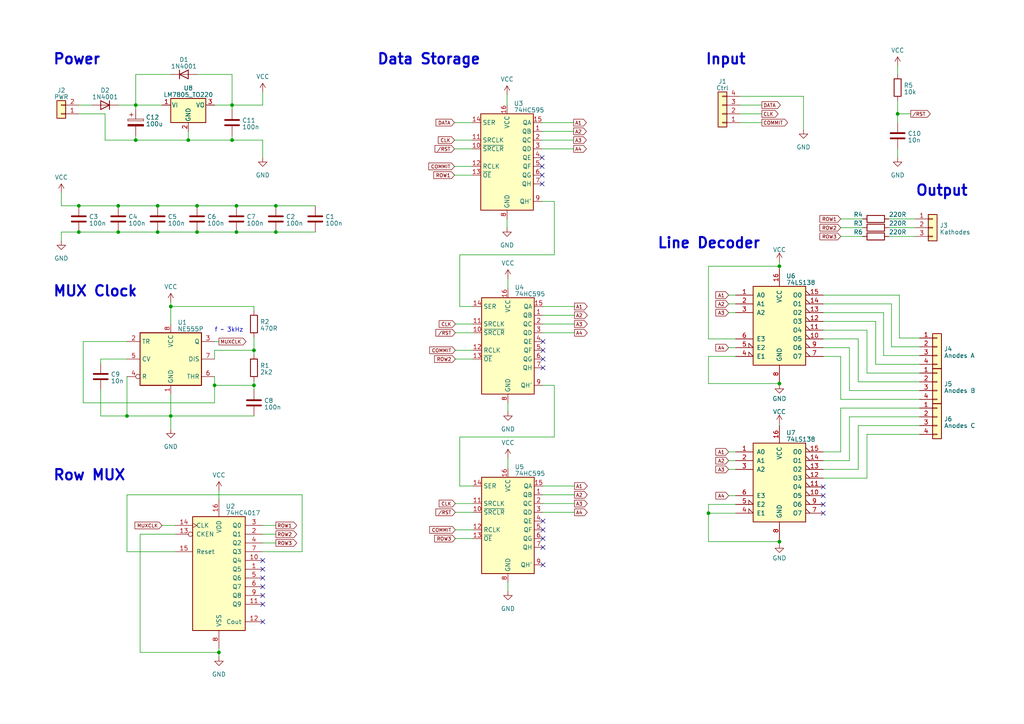
<source format=kicad_sch>
(kicad_sch (version 20230121) (generator eeschema)
  (paper "A4")
  (title_block (title "BulbDial Clock Driver") (rev "v1.0") (company "Netz39 e.V."))
  (lib_symbols
    (symbol "4xxx:4017" (pin_names (offset 1.016))
      (property "Reference" "U" (at -7.62 16.51 0))
      (property "Value" "4017" (at -7.62 -19.05 0))
      (symbol "4017_1_0"
        (pin output line (at 12.7 0 180) (length 5.08) (name "Q5") (number "1"))
        (pin output line (at 12.7 2.54 180) (length 5.08) (name "Q4") (number "10"))
        (pin output line (at 12.7 -10.16 180) (length 5.08) (name "Q9") (number "11"))
        (pin output line (at 12.7 -15.24 180) (length 5.08) (name "Cout") (number "12"))
        (pin input inverted (at -12.7 10.16 0) (length 5.08) (name "CKEN") (number "13"))
        (pin input clock (at -12.7 12.7 0) (length 5.08) (name "CLK") (number "14"))
        (pin input line (at -12.7 5.08 0) (length 5.08) (name "Reset") (number "15"))
        (pin power_in line (at 0 20.32 270) (length 5.08) (name "VDD") (number "16"))
        (pin output line (at 12.7 10.16 180) (length 5.08) (name "Q1") (number "2"))
        (pin output line (at 12.7 12.7 180) (length 5.08) (name "Q0") (number "3"))
        (pin output line (at 12.7 7.62 180) (length 5.08) (name "Q2") (number "4"))
        (pin output line (at 12.7 -2.54 180) (length 5.08) (name "Q6") (number "5"))
        (pin output line (at 12.7 -5.08 180) (length 5.08) (name "Q7") (number "6"))
        (pin output line (at 12.7 5.08 180) (length 5.08) (name "Q3") (number "7"))
        (pin power_in line (at 0 -22.86 90) (length 5.08) (name "VSS") (number "8"))
        (pin output line (at 12.7 -7.62 180) (length 5.08) (name "Q8") (number "9"))
      )
      (symbol "4017_1_1"
        (rectangle (start -7.62 15.24) (end 7.62 -17.78) (stroke (width 0.254)) (fill (type background)))
      )
    )
    (symbol "74xx:74HC595"
      (property "Reference" "U" (at -7.62 13.97 0))
      (property "Value" "74HC595" (at -7.62 -16.51 0))
      (symbol "74HC595_1_0"
        (pin tri_state line (at 10.16 7.62 180) (length 2.54) (name "QB") (number "1"))
        (pin input line (at -10.16 2.54 0) (length 2.54) (name "~{SRCLR}") (number "10"))
        (pin input line (at -10.16 5.08 0) (length 2.54) (name "SRCLK") (number "11"))
        (pin input line (at -10.16 -2.54 0) (length 2.54) (name "RCLK") (number "12"))
        (pin input line (at -10.16 -5.08 0) (length 2.54) (name "~{OE}") (number "13"))
        (pin input line (at -10.16 10.16 0) (length 2.54) (name "SER") (number "14"))
        (pin tri_state line (at 10.16 10.16 180) (length 2.54) (name "QA") (number "15"))
        (pin power_in line (at 0 15.24 270) (length 2.54) (name "VCC") (number "16"))
        (pin tri_state line (at 10.16 5.08 180) (length 2.54) (name "QC") (number "2"))
        (pin tri_state line (at 10.16 2.54 180) (length 2.54) (name "QD") (number "3"))
        (pin tri_state line (at 10.16 0 180) (length 2.54) (name "QE") (number "4"))
        (pin tri_state line (at 10.16 -2.54 180) (length 2.54) (name "QF") (number "5"))
        (pin tri_state line (at 10.16 -5.08 180) (length 2.54) (name "QG") (number "6"))
        (pin tri_state line (at 10.16 -7.62 180) (length 2.54) (name "QH") (number "7"))
        (pin power_in line (at 0 -17.78 90) (length 2.54) (name "GND") (number "8"))
        (pin output line (at 10.16 -12.7 180) (length 2.54) (name "QH'") (number "9"))
      )
      (symbol "74HC595_1_1"
        (rectangle (start -7.62 12.7) (end 7.62 -15.24) (stroke (width 0.254)) (fill (type background)))
      )
    )
    (symbol "74xx:74LS138" (pin_names (offset 1.016))
      (property "Reference" "U" (at -7.62 11.43 0))
      (property "Value" "74LS138" (at -7.62 -13.97 0))
      (symbol "74LS138_1_0"
        (pin input line (at -12.7 7.62 0) (length 5.08) (name "A0") (number "1"))
        (pin output output_low (at 12.7 -5.08 180) (length 5.08) (name "O5") (number "10"))
        (pin output output_low (at 12.7 -2.54 180) (length 5.08) (name "O4") (number "11"))
        (pin output output_low (at 12.7 0 180) (length 5.08) (name "O3") (number "12"))
        (pin output output_low (at 12.7 2.54 180) (length 5.08) (name "O2") (number "13"))
        (pin output output_low (at 12.7 5.08 180) (length 5.08) (name "O1") (number "14"))
        (pin output output_low (at 12.7 7.62 180) (length 5.08) (name "O0") (number "15"))
        (pin power_in line (at 0 15.24 270) (length 5.08) (name "VCC") (number "16"))
        (pin input line (at -12.7 5.08 0) (length 5.08) (name "A1") (number "2"))
        (pin input line (at -12.7 2.54 0) (length 5.08) (name "A2") (number "3"))
        (pin input input_low (at -12.7 -10.16 0) (length 5.08) (name "E1") (number "4"))
        (pin input input_low (at -12.7 -7.62 0) (length 5.08) (name "E2") (number "5"))
        (pin input line (at -12.7 -5.08 0) (length 5.08) (name "E3") (number "6"))
        (pin output output_low (at 12.7 -10.16 180) (length 5.08) (name "O7") (number "7"))
        (pin power_in line (at 0 -17.78 90) (length 5.08) (name "GND") (number "8"))
        (pin output output_low (at 12.7 -7.62 180) (length 5.08) (name "O6") (number "9"))
      )
      (symbol "74LS138_1_1"
        (rectangle (start -7.62 10.16) (end 7.62 -12.7) (stroke (width 0.254)) (fill (type background)))
      )
    )
    (symbol "Connector_Generic:Conn_01x02" (pin_names (offset 1.016) hide)
      (property "Reference" "J" (at 0 2.54 0))
      (property "Value" "Conn_01x02" (at 0 -5.08 0))
      (symbol "Conn_01x02_1_1"
        (rectangle (start -1.27 -2.413) (end 0 -2.667) (stroke (width 0.1524)))
        (rectangle (start -1.27 0.127) (end 0 -0.127) (stroke (width 0.1524)))
        (rectangle (start -1.27 1.27) (end 1.27 -3.81) (stroke (width 0.254)) (fill (type background)))
        (pin passive line (at -5.08 0 0) (length 3.81) (name "Pin_1") (number "1"))
        (pin passive line (at -5.08 -2.54 0) (length 3.81) (name "Pin_2") (number "2"))
      )
    )
    (symbol "Connector_Generic:Conn_01x03" (pin_names (offset 1.016) hide)
      (property "Reference" "J" (at 0 5.08 0))
      (property "Value" "Conn_01x03" (at 0 -5.08 0))
      (symbol "Conn_01x03_1_1"
        (rectangle (start -1.27 -2.413) (end 0 -2.667) (stroke (width 0.1524)))
        (rectangle (start -1.27 0.127) (end 0 -0.127) (stroke (width 0.1524)))
        (rectangle (start -1.27 2.667) (end 0 2.413) (stroke (width 0.1524)))
        (rectangle (start -1.27 3.81) (end 1.27 -3.81) (stroke (width 0.254)) (fill (type background)))
        (pin passive line (at -5.08 2.54 0) (length 3.81) (name "Pin_1") (number "1"))
        (pin passive line (at -5.08 0 0) (length 3.81) (name "Pin_2") (number "2"))
        (pin passive line (at -5.08 -2.54 0) (length 3.81) (name "Pin_3") (number "3"))
      )
    )
    (symbol "Connector_Generic:Conn_01x04" (pin_names (offset 1.016) hide)
      (property "Reference" "J" (at 0 5.08 0))
      (property "Value" "Conn_01x04" (at 0 -7.62 0))
      (symbol "Conn_01x04_1_1"
        (rectangle (start -1.27 -4.953) (end 0 -5.207) (stroke (width 0.1524)))
        (rectangle (start -1.27 -2.413) (end 0 -2.667) (stroke (width 0.1524)))
        (rectangle (start -1.27 0.127) (end 0 -0.127) (stroke (width 0.1524)))
        (rectangle (start -1.27 2.667) (end 0 2.413) (stroke (width 0.1524)))
        (rectangle (start -1.27 3.81) (end 1.27 -6.35) (stroke (width 0.254)) (fill (type background)))
        (pin passive line (at -5.08 2.54 0) (length 3.81) (name "Pin_1") (number "1"))
        (pin passive line (at -5.08 0 0) (length 3.81) (name "Pin_2") (number "2"))
        (pin passive line (at -5.08 -2.54 0) (length 3.81) (name "Pin_3") (number "3"))
        (pin passive line (at -5.08 -5.08 0) (length 3.81) (name "Pin_4") (number "4"))
      )
    )
    (symbol "Device:C" (pin_numbers hide) (pin_names (offset 0.254))
      (property "Reference" "C" (at 0.635 2.54 0))
      (property "Value" "C" (at 0.635 -2.54 0))
      (symbol "C_0_1"
        (polyline (pts (xy -2.032 -0.762) (xy 2.032 -0.762)) (stroke (width 0.508)))
        (polyline (pts (xy -2.032 0.762) (xy 2.032 0.762)) (stroke (width 0.508)))
      )
      (symbol "C_1_1"
        (pin passive line (at 0 3.81 270) (length 2.794) (name "~") (number "1"))
        (pin passive line (at 0 -3.81 90) (length 2.794) (name "~") (number "2"))
      )
    )
    (symbol "Device:C_Polarized" (pin_numbers hide) (pin_names (offset 0.254))
      (property "Reference" "C" (at 0.635 2.54 0))
      (property "Value" "C_Polarized" (at 0.635 -2.54 0))
      (symbol "C_Polarized_0_1"
        (rectangle (start -2.286 0.508) (end 2.286 1.016))
        (polyline (pts (xy -1.778 2.286) (xy -0.762 2.286)))
        (polyline (pts (xy -1.27 2.794) (xy -1.27 1.778)))
        (rectangle (start 2.286 -0.508) (end -2.286 -1.016) (fill (type outline)))
      )
      (symbol "C_Polarized_1_1"
        (pin passive line (at 0 3.81 270) (length 2.794) (name "~") (number "1"))
        (pin passive line (at 0 -3.81 90) (length 2.794) (name "~") (number "2"))
      )
    )
    (symbol "Device:R" (pin_numbers hide) (pin_names (offset 0))
      (property "Reference" "R" (at 2.032 0 90))
      (property "Value" "R" (at 0 0 90))
      (symbol "R_0_1"
        (rectangle (start -1.016 -2.54) (end 1.016 2.54) (stroke (width 0.254)))
      )
      (symbol "R_1_1"
        (pin passive line (at 0 3.81 270) (length 1.27) (name "~") (number "1"))
        (pin passive line (at 0 -3.81 90) (length 1.27) (name "~") (number "2"))
      )
    )
    (symbol "Diode:1N4001" (pin_numbers hide) (pin_names hide)
      (property "Reference" "D" (at 0 2.54 0))
      (property "Value" "1N4001" (at 0 -2.54 0))
      (symbol "1N4001_0_1"
        (polyline (pts (xy -1.27 1.27) (xy -1.27 -1.27)) (stroke (width 0.254)))
        (polyline (pts (xy 1.27 0) (xy -1.27 0)))
        (polyline (pts (xy 1.27 1.27) (xy 1.27 -1.27) (xy -1.27 0) (xy 1.27 1.27)) (stroke (width 0.254)))
      )
      (symbol "1N4001_1_1"
        (pin passive line (at -3.81 0 0) (length 2.54) (name "K") (number "1"))
        (pin passive line (at 3.81 0 180) (length 2.54) (name "A") (number "2"))
      )
    )
    (symbol "Regulator_Linear:LM7805_TO220" (pin_names (offset 0.254))
      (property "Reference" "U" (at -3.81 3.175 0))
      (property "Value" "LM7805_TO220" (at 0 3.175 0))
      (symbol "LM7805_TO220_0_1"
        (rectangle (start -5.08 1.905) (end 5.08 -5.08) (stroke (width 0.254)) (fill (type background)))
      )
      (symbol "LM7805_TO220_1_1"
        (pin power_in line (at -7.62 0 0) (length 2.54) (name "VI") (number "1"))
        (pin power_in line (at 0 -7.62 90) (length 2.54) (name "GND") (number "2"))
        (pin power_out line (at 7.62 0 180) (length 2.54) (name "VO") (number "3"))
      )
    )
    (symbol "Timer:NE555P"
      (property "Reference" "U" (at -10.16 8.89 0))
      (property "Value" "NE555P" (at 2.54 8.89 0))
      (symbol "NE555P_0_0"
        (pin power_in line (at 0 -10.16 90) (length 2.54) (name "GND") (number "1"))
        (pin power_in line (at 0 10.16 270) (length 2.54) (name "VCC") (number "8"))
      )
      (symbol "NE555P_0_1"
        (rectangle (start -8.89 -7.62) (end 8.89 7.62) (stroke (width 0.254)) (fill (type background)))
        (rectangle (start -8.89 -7.62) (end 8.89 7.62) (stroke (width 0.254)) (fill (type background)))
      )
      (symbol "NE555P_1_1"
        (pin input line (at -12.7 5.08 0) (length 3.81) (name "TR") (number "2"))
        (pin output line (at 12.7 5.08 180) (length 3.81) (name "Q") (number "3"))
        (pin input inverted (at -12.7 -5.08 0) (length 3.81) (name "R") (number "4"))
        (pin input line (at -12.7 0 0) (length 3.81) (name "CV") (number "5"))
        (pin input line (at 12.7 -5.08 180) (length 3.81) (name "THR") (number "6"))
        (pin input line (at 12.7 0 180) (length 3.81) (name "DIS") (number "7"))
      )
    )
    (symbol "power:GND" (power) (pin_names (offset 0))
      (property "Value" "GND" (at 0 -3.81 0))
      (symbol "GND_0_1"
        (polyline (pts (xy 0 0) (xy 0 -1.27) (xy 1.27 -1.27) (xy 0 -2.54) (xy -1.27 -1.27) (xy 0 -1.27)))
      )
      (symbol "GND_1_1"
        (pin power_in line (at 0 0 270) (length 0) hide (name "GND") (number "1"))
      )
    )
    (symbol "power:VCC" (power) (pin_names (offset 0))
      (property "Value" "VCC" (at 0 3.81 0))
      (symbol "VCC_0_1"
        (polyline (pts (xy -0.762 1.27) (xy 0 2.54)))
        (polyline (pts (xy 0 0) (xy 0 2.54)))
        (polyline (pts (xy 0 2.54) (xy 0.762 1.27)))
      )
      (symbol "VCC_1_1"
        (pin power_in line (at 0 0 90) (length 0) hide (name "VCC") (number "1"))
      )
    )
  )
  (junction (at 54.61 40.64))
  (junction (at 49.53 88.9))
  (junction (at 80.01 67.31))
  (junction (at 260.35 33.02))
  (junction (at 67.31 30.48))
  (junction (at 36.83 120.65))
  (junction (at 49.53 120.65))
  (junction (at 63.5 189.23))
  (junction (at 68.58 59.69))
  (junction (at 45.72 59.69))
  (junction (at 80.01 59.69))
  (junction (at 34.29 67.31))
  (junction (at 22.86 59.69))
  (junction (at 57.15 59.69))
  (junction (at 22.86 67.31))
  (junction (at 73.66 111.76))
  (junction (at 226.06 111.252))
  (junction (at 67.31 40.64))
  (junction (at 68.58 67.31))
  (junction (at 62.23 111.76))
  (junction (at 226.06 77.216))
  (junction (at 39.37 30.48))
  (junction (at 226.06 157.099))
  (junction (at 73.66 101.6))
  (junction (at 205.486 148.844))
  (junction (at 34.29 59.69))
  (junction (at 45.72 67.31))
  (junction (at 39.37 40.64))
  (junction (at 57.15 67.31))
  (no_connect (at 76.2 165.1))
  (no_connect (at 238.76 143.764))
  (no_connect (at 157.48 156.21))
  (no_connect (at 157.48 106.68))
  (no_connect (at 76.2 162.56))
  (no_connect (at 238.76 141.224))
  (no_connect (at 157.226 53.34))
  (no_connect (at 157.48 158.75))
  (no_connect (at 76.2 180.34))
  (no_connect (at 76.2 167.64))
  (no_connect (at 157.48 163.83))
  (no_connect (at 157.48 104.14))
  (no_connect (at 76.2 172.72))
  (no_connect (at 157.48 101.6))
  (no_connect (at 238.76 148.844))
  (no_connect (at 238.76 146.304))
  (no_connect (at 157.48 151.13))
  (no_connect (at 157.48 99.06))
  (no_connect (at 76.2 170.18))
  (no_connect (at 157.226 48.26))
  (no_connect (at 157.226 50.8))
  (no_connect (at 76.2 175.26))
  (no_connect (at 157.48 153.67))
  (no_connect (at 157.226 45.72))
  (wire (pts (xy 57.15 21.59) (xy 67.31 21.59)))
  (wire (pts (xy 238.76 90.678) (xy 256.286 90.678)))
  (wire (pts (xy 157.48 111.76) (xy 160.782 111.76)))
  (wire (pts (xy 157.226 35.56) (xy 166.37 35.56)))
  (wire (pts (xy 205.486 77.216) (xy 226.06 77.216)))
  (wire (pts (xy 251.46 95.758) (xy 251.46 108.204)))
  (wire (pts (xy 243.84 66.04) (xy 250.19 66.04)))
  (wire (pts (xy 260.35 33.02) (xy 264.16 33.02)))
  (wire (pts (xy 132.08 96.52) (xy 137.16 96.52)))
  (wire (pts (xy 248.92 110.744) (xy 266.7 110.744)))
  (wire (pts (xy 157.226 43.18) (xy 166.37 43.18)))
  (wire (pts (xy 67.31 30.48) (xy 67.31 31.75)))
  (wire (pts (xy 40.64 189.23) (xy 63.5 189.23)))
  (wire (pts (xy 243.84 118.364) (xy 243.84 131.064)))
  (wire (pts (xy 211.328 136.144) (xy 213.36 136.144)))
  (wire (pts (xy 205.486 77.216) (xy 205.486 98.298)))
  (wire (pts (xy 67.31 21.59) (xy 67.31 30.48)))
  (wire (pts (xy 73.66 101.6) (xy 73.66 102.87)))
  (wire (pts (xy 73.66 110.49) (xy 73.66 111.76)))
  (wire (pts (xy 205.486 103.378) (xy 205.486 111.252)))
  (wire (pts (xy 73.66 88.9) (xy 73.66 90.17)))
  (wire (pts (xy 17.78 67.31) (xy 22.86 67.31)))
  (wire (pts (xy 34.29 30.48) (xy 39.37 30.48)))
  (wire (pts (xy 17.78 59.69) (xy 17.78 55.88)))
  (wire (pts (xy 147.32 116.84) (xy 147.32 119.38)))
  (wire (pts (xy 213.36 103.378) (xy 205.486 103.378)))
  (wire (pts (xy 238.76 88.138) (xy 258.572 88.138)))
  (wire (pts (xy 248.92 123.444) (xy 266.7 123.444)))
  (wire (pts (xy 246.38 120.904) (xy 266.7 120.904)))
  (wire (pts (xy 251.46 108.204) (xy 266.7 108.204)))
  (wire (pts (xy 238.76 98.298) (xy 248.92 98.298)))
  (wire (pts (xy 57.15 67.31) (xy 68.58 67.31)))
  (wire (pts (xy 132.08 156.21) (xy 137.16 156.21)))
  (wire (pts (xy 226.06 157.099) (xy 226.06 157.734)))
  (wire (pts (xy 49.53 88.9) (xy 49.53 93.98)))
  (wire (pts (xy 226.06 75.946) (xy 226.06 77.216)))
  (wire (pts (xy 17.78 69.85) (xy 17.78 67.31)))
  (wire (pts (xy 63.5 187.96) (xy 63.5 189.23)))
  (wire (pts (xy 68.58 67.31) (xy 80.01 67.31)))
  (wire (pts (xy 147.32 168.91) (xy 147.32 171.45)))
  (wire (pts (xy 39.37 21.59) (xy 39.37 30.48)))
  (wire (pts (xy 238.76 136.144) (xy 248.92 136.144)))
  (wire (pts (xy 254 93.218) (xy 254 105.664)))
  (wire (pts (xy 238.76 93.218) (xy 254 93.218)))
  (wire (pts (xy 80.01 59.69) (xy 68.58 59.69)))
  (wire (pts (xy 211.328 90.678) (xy 213.36 90.678)))
  (wire (pts (xy 131.826 50.8) (xy 136.906 50.8)))
  (wire (pts (xy 213.36 98.298) (xy 205.486 98.298)))
  (wire (pts (xy 243.84 103.378) (xy 243.84 115.824)))
  (wire (pts (xy 49.53 87.63) (xy 49.53 88.9)))
  (wire (pts (xy 260.35 33.02) (xy 260.35 35.56)))
  (wire (pts (xy 211.328 143.764) (xy 213.36 143.764)))
  (wire (pts (xy 238.76 95.758) (xy 251.46 95.758)))
  (wire (pts (xy 226.06 122.936) (xy 226.06 123.444)))
  (wire (pts (xy 160.782 111.76) (xy 160.782 126.746)))
  (wire (pts (xy 157.48 93.98) (xy 166.624 93.98)))
  (wire (pts (xy 147.32 132.842) (xy 147.32 135.89)))
  (wire (pts (xy 131.826 40.64) (xy 136.906 40.64)))
  (wire (pts (xy 157.48 143.51) (xy 166.624 143.51)))
  (wire (pts (xy 251.46 125.984) (xy 266.7 125.984)))
  (wire (pts (xy 46.99 152.4) (xy 50.8 152.4)))
  (wire (pts (xy 49.53 114.3) (xy 49.53 120.65)))
  (wire (pts (xy 157.226 58.42) (xy 160.782 58.42)))
  (wire (pts (xy 211.328 131.064) (xy 213.36 131.064)))
  (wire (pts (xy 160.782 126.746) (xy 133.35 126.746)))
  (wire (pts (xy 211.328 85.598) (xy 213.36 85.598)))
  (wire (pts (xy 76.2 152.4) (xy 80.01 152.4)))
  (wire (pts (xy 157.48 148.59) (xy 166.624 148.59)))
  (wire (pts (xy 157.226 38.1) (xy 166.37 38.1)))
  (wire (pts (xy 133.35 73.914) (xy 133.35 88.9)))
  (wire (pts (xy 36.83 120.65) (xy 49.53 120.65)))
  (wire (pts (xy 29.21 120.65) (xy 36.83 120.65)))
  (wire (pts (xy 67.31 30.48) (xy 76.2 30.48)))
  (wire (pts (xy 214.63 27.94) (xy 233.045 27.94)))
  (wire (pts (xy 205.486 111.252) (xy 226.06 111.252)))
  (wire (pts (xy 243.84 118.364) (xy 266.7 118.364)))
  (wire (pts (xy 131.826 43.18) (xy 136.906 43.18)))
  (wire (pts (xy 248.92 136.144) (xy 248.92 123.444)))
  (wire (pts (xy 87.63 143.51) (xy 87.63 160.02)))
  (wire (pts (xy 29.21 104.14) (xy 29.21 105.41)))
  (wire (pts (xy 226.06 111.252) (xy 226.06 110.998)))
  (wire (pts (xy 238.76 100.838) (xy 246.38 100.838)))
  (wire (pts (xy 256.286 90.678) (xy 256.286 103.124)))
  (wire (pts (xy 22.86 30.48) (xy 26.67 30.48)))
  (wire (pts (xy 214.63 35.56) (xy 220.98 35.56)))
  (wire (pts (xy 214.63 30.48) (xy 220.98 30.48)))
  (wire (pts (xy 147.066 27.432) (xy 147.066 30.48)))
  (wire (pts (xy 157.48 146.05) (xy 166.624 146.05)))
  (wire (pts (xy 91.44 59.69) (xy 80.01 59.69)))
  (wire (pts (xy 62.23 30.48) (xy 67.31 30.48)))
  (wire (pts (xy 238.76 131.064) (xy 243.84 131.064)))
  (wire (pts (xy 57.15 59.69) (xy 45.72 59.69)))
  (wire (pts (xy 76.2 26.67) (xy 76.2 30.48)))
  (wire (pts (xy 68.58 59.69) (xy 57.15 59.69)))
  (wire (pts (xy 133.35 88.9) (xy 137.16 88.9)))
  (wire (pts (xy 260.35 19.05) (xy 260.35 21.59)))
  (wire (pts (xy 205.486 148.844) (xy 205.486 157.099)))
  (wire (pts (xy 147.32 80.772) (xy 147.32 83.82)))
  (wire (pts (xy 251.46 138.684) (xy 251.46 125.984)))
  (wire (pts (xy 248.92 98.298) (xy 248.92 110.744)))
  (wire (pts (xy 39.37 30.48) (xy 46.99 30.48)))
  (wire (pts (xy 257.81 63.5) (xy 265.43 63.5)))
  (wire (pts (xy 132.08 148.59) (xy 137.16 148.59)))
  (wire (pts (xy 22.86 33.02) (xy 30.48 33.02)))
  (wire (pts (xy 226.06 77.216) (xy 226.06 77.978)))
  (wire (pts (xy 233.045 27.94) (xy 233.045 37.592)))
  (wire (pts (xy 243.84 63.5) (xy 250.19 63.5)))
  (wire (pts (xy 131.826 48.26) (xy 136.906 48.26)))
  (wire (pts (xy 238.76 138.684) (xy 251.46 138.684)))
  (wire (pts (xy 132.08 104.14) (xy 137.16 104.14)))
  (wire (pts (xy 63.5 142.24) (xy 63.5 144.78)))
  (wire (pts (xy 36.83 160.02) (xy 50.8 160.02)))
  (wire (pts (xy 160.782 73.914) (xy 133.35 73.914)))
  (wire (pts (xy 24.13 116.84) (xy 24.13 99.06)))
  (wire (pts (xy 76.2 157.48) (xy 80.01 157.48)))
  (wire (pts (xy 39.37 39.37) (xy 39.37 40.64)))
  (wire (pts (xy 246.38 120.904) (xy 246.38 133.604)))
  (wire (pts (xy 157.48 96.52) (xy 166.624 96.52)))
  (wire (pts (xy 133.35 140.97) (xy 137.16 140.97)))
  (wire (pts (xy 131.826 35.56) (xy 136.906 35.56)))
  (wire (pts (xy 62.23 111.76) (xy 62.23 116.84)))
  (wire (pts (xy 67.31 40.64) (xy 76.2 40.64)))
  (wire (pts (xy 132.08 93.98) (xy 137.16 93.98)))
  (wire (pts (xy 34.29 59.69) (xy 22.86 59.69)))
  (wire (pts (xy 73.66 111.76) (xy 73.66 113.03)))
  (wire (pts (xy 260.35 29.21) (xy 260.35 33.02)))
  (wire (pts (xy 238.76 103.378) (xy 243.84 103.378)))
  (wire (pts (xy 67.31 39.37) (xy 67.31 40.64)))
  (wire (pts (xy 132.08 146.05) (xy 137.16 146.05)))
  (wire (pts (xy 49.53 120.65) (xy 73.66 120.65)))
  (wire (pts (xy 260.858 85.598) (xy 260.858 98.044)))
  (wire (pts (xy 62.23 101.6) (xy 73.66 101.6)))
  (wire (pts (xy 29.21 113.03) (xy 29.21 120.65)))
  (wire (pts (xy 24.13 99.06) (xy 36.83 99.06)))
  (wire (pts (xy 211.328 100.838) (xy 213.36 100.838)))
  (wire (pts (xy 258.572 100.584) (xy 266.7 100.584)))
  (wire (pts (xy 73.66 97.79) (xy 73.66 101.6)))
  (wire (pts (xy 132.08 153.67) (xy 137.16 153.67)))
  (wire (pts (xy 50.8 154.94) (xy 40.64 154.94)))
  (wire (pts (xy 260.35 43.18) (xy 260.35 45.72)))
  (wire (pts (xy 246.38 100.838) (xy 246.38 113.284)))
  (wire (pts (xy 62.23 111.76) (xy 62.23 109.22)))
  (wire (pts (xy 36.83 109.22) (xy 36.83 120.65)))
  (wire (pts (xy 214.63 33.02) (xy 220.98 33.02)))
  (wire (pts (xy 157.226 40.64) (xy 166.37 40.64)))
  (wire (pts (xy 246.38 113.284) (xy 266.7 113.284)))
  (wire (pts (xy 254 105.664) (xy 266.7 105.664)))
  (wire (pts (xy 160.782 58.42) (xy 160.782 73.914)))
  (wire (pts (xy 49.53 120.65) (xy 49.53 124.46)))
  (wire (pts (xy 36.83 104.14) (xy 29.21 104.14)))
  (wire (pts (xy 260.858 98.044) (xy 266.7 98.044)))
  (wire (pts (xy 147.066 63.5) (xy 147.066 66.04)))
  (wire (pts (xy 22.86 59.69) (xy 17.78 59.69)))
  (wire (pts (xy 40.64 154.94) (xy 40.64 189.23)))
  (wire (pts (xy 45.72 67.31) (xy 57.15 67.31)))
  (wire (pts (xy 238.76 133.604) (xy 246.38 133.604)))
  (wire (pts (xy 63.5 189.23) (xy 63.5 190.5)))
  (wire (pts (xy 76.2 40.64) (xy 76.2 45.72)))
  (wire (pts (xy 157.48 91.44) (xy 166.624 91.44)))
  (wire (pts (xy 257.81 66.04) (xy 265.43 66.04)))
  (wire (pts (xy 205.486 146.304) (xy 205.486 148.844)))
  (wire (pts (xy 30.48 40.64) (xy 39.37 40.64)))
  (wire (pts (xy 238.76 85.598) (xy 260.858 85.598)))
  (wire (pts (xy 243.84 115.824) (xy 266.7 115.824)))
  (wire (pts (xy 34.29 67.31) (xy 45.72 67.31)))
  (wire (pts (xy 54.61 38.1) (xy 54.61 40.64)))
  (wire (pts (xy 211.328 88.138) (xy 213.36 88.138)))
  (wire (pts (xy 76.2 154.94) (xy 80.01 154.94)))
  (wire (pts (xy 54.61 40.64) (xy 67.31 40.64)))
  (wire (pts (xy 211.328 133.604) (xy 213.36 133.604)))
  (wire (pts (xy 49.53 88.9) (xy 73.66 88.9)))
  (wire (pts (xy 226.06 156.464) (xy 226.06 157.099)))
  (wire (pts (xy 45.72 59.69) (xy 34.29 59.69)))
  (wire (pts (xy 22.86 67.31) (xy 34.29 67.31)))
  (wire (pts (xy 205.486 146.304) (xy 213.36 146.304)))
  (wire (pts (xy 213.36 148.844) (xy 205.486 148.844)))
  (wire (pts (xy 73.66 111.76) (xy 62.23 111.76)))
  (wire (pts (xy 157.48 88.9) (xy 166.624 88.9)))
  (wire (pts (xy 49.53 21.59) (xy 39.37 21.59)))
  (wire (pts (xy 62.23 104.14) (xy 62.23 101.6)))
  (wire (pts (xy 258.572 88.138) (xy 258.572 100.584)))
  (wire (pts (xy 257.81 68.58) (xy 265.43 68.58)))
  (wire (pts (xy 226.06 157.099) (xy 205.486 157.099)))
  (wire (pts (xy 62.23 116.84) (xy 24.13 116.84)))
  (wire (pts (xy 87.63 143.51) (xy 36.83 143.51)))
  (wire (pts (xy 256.286 103.124) (xy 266.7 103.124)))
  (wire (pts (xy 30.48 33.02) (xy 30.48 40.64)))
  (wire (pts (xy 76.2 160.02) (xy 87.63 160.02)))
  (wire (pts (xy 80.01 67.31) (xy 91.44 67.31)))
  (wire (pts (xy 226.06 111.506) (xy 226.06 111.252)))
  (wire (pts (xy 132.08 101.6) (xy 137.16 101.6)))
  (wire (pts (xy 243.84 68.58) (xy 250.19 68.58)))
  (wire (pts (xy 39.37 40.64) (xy 54.61 40.64)))
  (wire (pts (xy 39.37 30.48) (xy 39.37 31.75)))
  (wire (pts (xy 157.48 140.97) (xy 166.624 140.97)))
  (wire (pts (xy 133.35 126.746) (xy 133.35 140.97)))
  (wire (pts (xy 36.83 143.51) (xy 36.83 160.02)))
  (wire (pts (xy 62.23 99.06) (xy 63.5 99.06)))
  (text "MUX Clock" (at 15.24 86.36 0) (effects (font (size 3 3) (thickness 0.6) bold) (justify left bottom)))
  (text "Row MUX" (at 15.24 139.7 0) (effects (font (size 3 3) (thickness 0.6) bold) (justify left bottom)))
  (text "Input" (at 204.47 19.05 0) (effects (font (size 3 3) (thickness 0.6) bold) (justify left bottom)))
  (text "Line Decoder" (at 190.5 72.39 0) (effects (font (size 3 3) (thickness 0.6) bold) (justify left bottom)))
  (text "Output" (at 265.43 57.15 0) (effects (font (size 3 3) (thickness 0.6) bold) (justify left bottom)))
  (text "f ~ 3kHz" (at 62.23 96.52 0) (effects (font (size 1.27 1.27)) (justify left bottom)))
  (text "Data Storage" (at 109.22 19.05 0) (effects (font (size 3 3) (thickness 0.6) bold) (justify left bottom)))
  (text "Power" (at 15.24 19.05 0) (effects (font (size 3 3) (thickness 0.6) bold) (justify left bottom)))
  (global_label "A1" (shape output) (at 166.37 35.56 0) (effects (font (size 1 1))) (property "Intersheetrefs" "${INTERSHEET_REFS}" (effects hide)))
  (global_label "ROW1" (shape input) (at 131.826 50.8 180) (effects (font (size 1 1))) (property "Intersheetrefs" "${INTERSHEET_REFS}" (effects hide)))
  (global_label "ROW3" (shape input) (at 243.84 68.58 180) (effects (font (size 1 1))) (property "Intersheetrefs" "${INTERSHEET_REFS}" (effects hide)))
  (global_label "ROW2" (shape output) (at 80.01 154.94 0) (effects (font (size 1 1))) (property "Intersheetrefs" "${INTERSHEET_REFS}" (effects hide)))
  (global_label "A1" (shape input) (at 211.328 131.064 180) (effects (font (size 1 1))) (property "Intersheetrefs" "${INTERSHEET_REFS}" (effects hide)))
  (global_label "A4" (shape output) (at 166.624 148.59 0) (effects (font (size 1 1))) (property "Intersheetrefs" "${INTERSHEET_REFS}" (effects hide)))
  (global_label "DATA" (shape input) (at 131.826 35.56 180) (effects (font (size 1 1))) (property "Intersheetrefs" "${INTERSHEET_REFS}" (effects hide)))
  (global_label "A2" (shape input) (at 211.328 88.138 180) (effects (font (size 1 1))) (property "Intersheetrefs" "${INTERSHEET_REFS}" (effects hide)))
  (global_label "CLK" (shape input) (at 132.08 146.05 180) (effects (font (size 1 1))) (property "Intersheetrefs" "${INTERSHEET_REFS}" (effects hide)))
  (global_label "COMMIT" (shape input) (at 131.826 48.26 180) (effects (font (size 1 1))) (property "Intersheetrefs" "${INTERSHEET_REFS}" (effects hide)))
  (global_label "CLK" (shape input) (at 131.826 40.64 180) (effects (font (size 1 1))) (property "Intersheetrefs" "${INTERSHEET_REFS}" (effects hide)))
  (global_label "A2" (shape input) (at 211.328 133.604 180) (effects (font (size 1 1))) (property "Intersheetrefs" "${INTERSHEET_REFS}" (effects hide)))
  (global_label "A1" (shape output) (at 166.624 140.97 0) (effects (font (size 1 1))) (property "Intersheetrefs" "${INTERSHEET_REFS}" (effects hide)))
  (global_label "ROW3" (shape input) (at 132.08 156.21 180) (effects (font (size 1 1))) (property "Intersheetrefs" "${INTERSHEET_REFS}" (effects hide)))
  (global_label "A3" (shape input) (at 211.328 90.678 180) (effects (font (size 1 1))) (property "Intersheetrefs" "${INTERSHEET_REFS}" (effects hide)))
  (global_label "ROW3" (shape output) (at 80.01 157.48 0) (effects (font (size 1 1))) (property "Intersheetrefs" "${INTERSHEET_REFS}" (effects hide)))
  (global_label "A1" (shape output) (at 166.624 88.9 0) (effects (font (size 1 1))) (property "Intersheetrefs" "${INTERSHEET_REFS}" (effects hide)))
  (global_label "COMMIT" (shape input) (at 132.08 153.67 180) (effects (font (size 1 1))) (property "Intersheetrefs" "${INTERSHEET_REFS}" (effects hide)))
  (global_label "A4" (shape input) (at 211.328 100.838 180) (effects (font (size 1 1))) (property "Intersheetrefs" "${INTERSHEET_REFS}" (effects hide)))
  (global_label "{slash}RST" (shape input) (at 132.08 96.52 180) (effects (font (size 1 1))) (property "Intersheetrefs" "${INTERSHEET_REFS}" (effects hide)))
  (global_label "CLK" (shape output) (at 220.98 33.02 0) (effects (font (size 1 1))) (property "Intersheetrefs" "${INTERSHEET_REFS}" (effects hide)))
  (global_label "A1" (shape input) (at 211.328 85.598 180) (effects (font (size 1 1))) (property "Intersheetrefs" "${INTERSHEET_REFS}" (effects hide)))
  (global_label "ROW2" (shape input) (at 132.08 104.14 180) (effects (font (size 1 1))) (property "Intersheetrefs" "${INTERSHEET_REFS}" (effects hide)))
  (global_label "A3" (shape output) (at 166.37 40.64 0) (effects (font (size 1 1))) (property "Intersheetrefs" "${INTERSHEET_REFS}" (effects hide)))
  (global_label "CLK" (shape input) (at 132.08 93.98 180) (effects (font (size 1 1))) (property "Intersheetrefs" "${INTERSHEET_REFS}" (effects hide)))
  (global_label "{slash}RST" (shape input) (at 131.826 43.18 180) (effects (font (size 1 1))) (property "Intersheetrefs" "${INTERSHEET_REFS}" (effects hide)))
  (global_label "COMMIT" (shape output) (at 220.98 35.56 0) (effects (font (size 1 1))) (property "Intersheetrefs" "${INTERSHEET_REFS}" (effects hide)))
  (global_label "A3" (shape input) (at 211.328 136.144 180) (effects (font (size 1 1))) (property "Intersheetrefs" "${INTERSHEET_REFS}" (effects hide)))
  (global_label "MUXCLK" (shape input) (at 46.99 152.4 180) (effects (font (size 1 1))) (property "Intersheetrefs" "${INTERSHEET_REFS}" (effects hide)))
  (global_label "MUXCLK" (shape output) (at 63.5 99.06 0) (effects (font (size 1 1))) (property "Intersheetrefs" "${INTERSHEET_REFS}" (effects hide)))
  (global_label "A2" (shape output) (at 166.624 91.44 0) (effects (font (size 1 1))) (property "Intersheetrefs" "${INTERSHEET_REFS}" (effects hide)))
  (global_label "ROW2" (shape input) (at 243.84 66.04 180) (effects (font (size 1 1))) (property "Intersheetrefs" "${INTERSHEET_REFS}" (effects hide)))
  (global_label "A2" (shape output) (at 166.624 143.51 0) (effects (font (size 1 1))) (property "Intersheetrefs" "${INTERSHEET_REFS}" (effects hide)))
  (global_label "A4" (shape input) (at 211.328 143.764 180) (effects (font (size 1 1))) (property "Intersheetrefs" "${INTERSHEET_REFS}" (effects hide)))
  (global_label "A3" (shape output) (at 166.624 93.98 0) (effects (font (size 1 1))) (property "Intersheetrefs" "${INTERSHEET_REFS}" (effects hide)))
  (global_label "{slash}RST" (shape output) (at 264.16 33.02 0) (effects (font (size 1 1))) (property "Intersheetrefs" "${INTERSHEET_REFS}" (effects hide)))
  (global_label "ROW1" (shape input) (at 243.84 63.5 180) (effects (font (size 1 1))) (property "Intersheetrefs" "${INTERSHEET_REFS}" (effects hide)))
  (global_label "ROW1" (shape output) (at 80.01 152.4 0) (effects (font (size 1 1))) (property "Intersheetrefs" "${INTERSHEET_REFS}" (effects hide)))
  (global_label "A2" (shape output) (at 166.37 38.1 0) (effects (font (size 1 1))) (property "Intersheetrefs" "${INTERSHEET_REFS}" (effects hide)))
  (global_label "A3" (shape output) (at 166.624 146.05 0) (effects (font (size 1 1))) (property "Intersheetrefs" "${INTERSHEET_REFS}" (effects hide)))
  (global_label "COMMIT" (shape input) (at 132.08 101.6 180) (effects (font (size 1 1))) (property "Intersheetrefs" "${INTERSHEET_REFS}" (effects hide)))
  (global_label "DATA" (shape output) (at 220.98 30.48 0) (effects (font (size 1 1))) (property "Intersheetrefs" "${INTERSHEET_REFS}" (effects hide)))
  (global_label "A4" (shape output) (at 166.37 43.18 0) (effects (font (size 1 1))) (property "Intersheetrefs" "${INTERSHEET_REFS}" (effects hide)))
  (global_label "{slash}RST" (shape input) (at 132.08 148.59 180) (effects (font (size 1 1))) (property "Intersheetrefs" "${INTERSHEET_REFS}" (effects hide)))
  (global_label "A4" (shape output) (at 166.624 96.52 0) (effects (font (size 1 1))) (property "Intersheetrefs" "${INTERSHEET_REFS}" (effects hide)))
  (symbol (lib_id "power:VCC") (at 260.35 19.05 0) (unit 1)
    (property "Reference" "#PWR019" (effects hide))
    (property "Value" "VCC" (at 260.35 14.605 0))
  )
  (symbol (lib_id "74xx:74LS138") (at 226.06 138.684 0) (unit 1)
    (property "Reference" "U7" (at 228.0159 125.5141 0) (effects (justify left)))
    (property "Value" "74LS138" (at 228.0159 127.4351 0) (effects (justify left)))
    (property "Footprint" "Package_DIP:DIP-16_W7.62mm_Socket_LongPads" (effects hide))
    (property "Datasheet" "http://www.ti.com/lit/gpn/sn74LS138" (effects hide))
  )
  (symbol (lib_id "power:GND") (at 76.2 45.72 0) (unit 1)
    (property "Reference" "#PWR08" (effects hide))
    (property "Value" "GND" (at 76.2 50.8 0))
  )
  (symbol (lib_id "Connector_Generic:Conn_01x02") (at 17.78 33.02 180) (unit 1)
    (property "Reference" "J2" (at 17.78 26.2001 0))
    (property "Value" "PWR" (at 17.78 28.1211 0))
    (property "Footprint" "TerminalBlock:TerminalBlock_Altech_AK300-2_P5.00mm" (effects hide))
  )
  (symbol (lib_id "power:GND") (at 233.045 37.592 0) (unit 1)
    (property "Reference" "#PWR021" (effects hide))
    (property "Value" "GND" (at 233.045 42.672 0))
  )
  (symbol (lib_id "power:GND") (at 226.06 157.734 0) (unit 1)
    (property "Reference" "#PWR018" (effects hide))
    (property "Value" "GND" (at 226.06 161.8695 0))
  )
  (symbol (lib_id "Device:C") (at 91.44 63.5 0) (unit 1)
    (property "Reference" "C1" (at 94.361 62.8563 0) (effects (justify left)))
    (property "Value" "100n" (at 94.361 64.7773 0) (effects (justify left)))
    (property "Footprint" "Capacitor_THT:C_Disc_D4.3mm_W1.9mm_P5.00mm" (effects hide))
  )
  (symbol (lib_id "74xx:74HC595") (at 147.32 99.06 0) (unit 1)
    (property "Reference" "U4" (at 149.2759 83.3501 0) (effects (justify left)))
    (property "Value" "74HC595" (at 149.2759 85.2711 0) (effects (justify left)))
    (property "Footprint" "Package_DIP:DIP-16_W7.62mm_Socket_LongPads" (effects hide))
    (property "Datasheet" "http://www.ti.com/lit/ds/symlink/sn74hc595.pdf" (effects hide))
  )
  (symbol (lib_id "Device:C") (at 45.72 63.5 0) (unit 1)
    (property "Reference" "C5" (at 48.641 62.8563 0) (effects (justify left)))
    (property "Value" "100n" (at 48.641 64.7773 0) (effects (justify left)))
    (property "Footprint" "Capacitor_THT:C_Disc_D4.3mm_W1.9mm_P5.00mm" (effects hide))
  )
  (symbol (lib_id "power:VCC") (at 17.78 55.88 0) (unit 1)
    (property "Reference" "#PWR01" (effects hide))
    (property "Value" "VCC" (at 17.78 51.435 0))
  )
  (symbol (lib_id "Connector_Generic:Conn_01x04") (at 271.78 120.904 0) (unit 1)
    (property "Reference" "J6" (at 273.812 121.5303 0) (effects (justify left)))
    (property "Value" "Anodes C" (at 273.812 123.4513 0) (effects (justify left)))
    (property "Footprint" "TerminalBlock:TerminalBlock_Altech_AK300-4_P5.00mm" (effects hide))
  )
  (symbol (lib_id "Connector_Generic:Conn_01x04") (at 209.55 33.02 180) (unit 1)
    (property "Reference" "J1" (at 209.55 23.622 0))
    (property "Value" "Ctrl" (at 209.55 25.527 0))
    (property "Footprint" "Connector_PinSocket_2.54mm:PinSocket_1x04_P2.54mm_Vertical" (effects hide))
  )
  (symbol (lib_id "Device:C") (at 73.66 116.84 0) (unit 1)
    (property "Reference" "C8" (at 76.581 116.1963 0) (effects (justify left)))
    (property "Value" "100n" (at 76.581 118.1173 0) (effects (justify left)))
    (property "Footprint" "Capacitor_THT:C_Disc_D4.3mm_W1.9mm_P5.00mm" (effects hide))
  )
  (symbol (lib_id "74xx:74LS138") (at 226.06 93.218 0) (unit 1)
    (property "Reference" "U6" (at 228.0159 80.0481 0) (effects (justify left)))
    (property "Value" "74LS138" (at 228.0159 81.9691 0) (effects (justify left)))
    (property "Footprint" "Package_DIP:DIP-16_W7.62mm_Socket_LongPads" (effects hide))
    (property "Datasheet" "http://www.ti.com/lit/gpn/sn74LS138" (effects hide))
  )
  (symbol (lib_id "Device:C") (at 260.35 39.37 0) (unit 1)
    (property "Reference" "C10" (at 263.271 38.7263 0) (effects (justify left)))
    (property "Value" "10n" (at 263.271 40.6473 0) (effects (justify left)))
    (property "Footprint" "Capacitor_THT:C_Disc_D4.3mm_W1.9mm_P5.00mm" (effects hide))
  )
  (symbol (lib_id "Device:C") (at 34.29 63.5 0) (unit 1)
    (property "Reference" "C4" (at 37.211 62.8563 0) (effects (justify left)))
    (property "Value" "100n" (at 37.211 64.7773 0) (effects (justify left)))
    (property "Footprint" "Capacitor_THT:C_Disc_D4.3mm_W1.9mm_P5.00mm" (effects hide))
  )
  (symbol (lib_id "power:VCC") (at 63.5 142.24 0) (unit 1)
    (property "Reference" "#PWR05" (effects hide))
    (property "Value" "VCC" (at 63.5 137.795 0))
  )
  (symbol (lib_id "Device:R") (at 254 68.58 90) (unit 1)
    (property "Reference" "R6" (at 248.92 67.31 90))
    (property "Value" "220R" (at 260.35 67.31 90))
    (property "Footprint" "Resistor_THT:R_Axial_DIN0207_L6.3mm_D2.5mm_P7.62mm_Horizontal" (effects hide))
  )
  (symbol (lib_id "Device:R") (at 260.35 25.4 0) (unit 1)
    (property "Reference" "R5" (at 262.128 24.7563 0) (effects (justify left)))
    (property "Value" "10k" (at 262.128 26.6773 0) (effects (justify left)))
    (property "Footprint" "Resistor_THT:R_Axial_DIN0207_L6.3mm_D2.5mm_P7.62mm_Horizontal" (effects hide))
  )
  (symbol (lib_id "Device:C") (at 80.01 63.5 0) (unit 1)
    (property "Reference" "C2" (at 82.931 62.8563 0) (effects (justify left)))
    (property "Value" "100n" (at 82.931 64.7773 0) (effects (justify left)))
    (property "Footprint" "Capacitor_THT:C_Disc_D4.3mm_W1.9mm_P5.00mm" (effects hide))
  )
  (symbol (lib_id "74xx:74HC595") (at 147.066 45.72 0) (unit 1)
    (property "Reference" "U3" (at 149.0219 30.0101 0) (effects (justify left)))
    (property "Value" "74HC595" (at 149.0219 31.9311 0) (effects (justify left)))
    (property "Footprint" "Package_DIP:DIP-16_W7.62mm_Socket_LongPads" (effects hide))
    (property "Datasheet" "http://www.ti.com/lit/ds/symlink/sn74hc595.pdf" (effects hide))
  )
  (symbol (lib_id "Device:R") (at 73.66 93.98 0) (unit 1)
    (property "Reference" "R2" (at 75.438 93.3363 0) (effects (justify left)))
    (property "Value" "470R" (at 75.438 95.2573 0) (effects (justify left)))
    (property "Footprint" "Resistor_THT:R_Axial_DIN0207_L6.3mm_D2.5mm_P7.62mm_Horizontal" (effects hide))
  )
  (symbol (lib_id "power:VCC") (at 147.066 27.432 0) (unit 1)
    (property "Reference" "#PWR09" (effects hide))
    (property "Value" "VCC" (at 147.066 22.987 0))
  )
  (symbol (lib_id "Connector_Generic:Conn_01x04") (at 271.78 110.744 0) (unit 1)
    (property "Reference" "J5" (at 273.812 111.3703 0) (effects (justify left)))
    (property "Value" "Anodes B" (at 273.812 113.2913 0) (effects (justify left)))
    (property "Footprint" "TerminalBlock:TerminalBlock_Altech_AK300-4_P5.00mm" (effects hide))
  )
  (symbol (lib_id "4xxx:4017") (at 63.5 165.1 0) (unit 1)
    (property "Reference" "U2" (at 65.4559 146.8501 0) (effects (justify left)))
    (property "Value" "74HC4017" (at 65.4559 148.7711 0) (effects (justify left)))
    (property "Footprint" "Package_DIP:DIP-16_W7.62mm_Socket_LongPads" (effects hide))
    (property "Datasheet" "http://www.intersil.com/content/dam/Intersil/documents/cd40/cd4017bms-22bms.pdf" (effects hide))
  )
  (symbol (lib_id "Device:C") (at 29.21 109.22 0) (unit 1)
    (property "Reference" "C9" (at 32.131 108.5763 0) (effects (justify left)))
    (property "Value" "10n" (at 32.131 110.4973 0) (effects (justify left)))
    (property "Footprint" "Capacitor_THT:C_Disc_D4.3mm_W1.9mm_P5.00mm" (effects hide))
  )
  (symbol (lib_id "Device:R") (at 254 63.5 90) (unit 1)
    (property "Reference" "R4" (at 248.92 62.23 90))
    (property "Value" "220R" (at 260.35 62.23 90))
    (property "Footprint" "Resistor_THT:R_Axial_DIN0207_L6.3mm_D2.5mm_P7.62mm_Horizontal" (effects hide))
  )
  (symbol (lib_id "Device:R") (at 73.66 106.68 0) (unit 1)
    (property "Reference" "R1" (at 75.438 106.0363 0) (effects (justify left)))
    (property "Value" "2k2" (at 75.438 107.9573 0) (effects (justify left)))
    (property "Footprint" "Resistor_THT:R_Axial_DIN0207_L6.3mm_D2.5mm_P7.62mm_Horizontal" (effects hide))
  )
  (symbol (lib_id "power:GND") (at 147.32 171.45 0) (unit 1)
    (property "Reference" "#PWR014" (effects hide))
    (property "Value" "GND" (at 147.32 176.53 0))
  )
  (symbol (lib_id "Diode:1N4001") (at 30.48 30.48 180) (unit 1)
    (property "Reference" "D2" (at 30.48 26.2001 0))
    (property "Value" "1N4001" (at 30.48 28.1211 0))
    (property "Footprint" "Diode_THT:D_DO-41_SOD81_P10.16mm_Horizontal" (effects hide))
    (property "Datasheet" "http://www.vishay.com/docs/88503/1n4001.pdf" (effects hide))
    (property "Sim.Device" "D" (effects hide))
    (property "Sim.Pins" "1=K 2=A" (effects hide))
  )
  (symbol (lib_id "Timer:NE555P") (at 49.53 104.14 0) (unit 1)
    (property "Reference" "U1" (at 51.4859 93.5101 0) (effects (justify left)))
    (property "Value" "NE555P" (at 51.4859 95.4311 0) (effects (justify left)))
    (property "Footprint" "Package_DIP:DIP-8_W7.62mm_Socket_LongPads" (effects hide))
    (property "Datasheet" "http://www.ti.com/lit/ds/symlink/ne555.pdf" (effects hide))
  )
  (symbol (lib_id "power:GND") (at 226.06 111.506 0) (unit 1)
    (property "Reference" "#PWR016" (effects hide))
    (property "Value" "GND" (at 226.06 115.6415 0))
  )
  (symbol (lib_id "74xx:74HC595") (at 147.32 151.13 0) (unit 1)
    (property "Reference" "U5" (at 149.2759 135.4201 0) (effects (justify left)))
    (property "Value" "74HC595" (at 149.2759 137.3411 0) (effects (justify left)))
    (property "Footprint" "Package_DIP:DIP-16_W7.62mm_Socket_LongPads" (effects hide))
    (property "Datasheet" "http://www.ti.com/lit/ds/symlink/sn74hc595.pdf" (effects hide))
  )
  (symbol (lib_id "power:GND") (at 260.35 45.72 0) (unit 1)
    (property "Reference" "#PWR020" (effects hide))
    (property "Value" "GND" (at 260.35 50.8 0))
  )
  (symbol (lib_id "Device:C") (at 57.15 63.5 0) (unit 1)
    (property "Reference" "C6" (at 60.071 62.8563 0) (effects (justify left)))
    (property "Value" "100n" (at 60.071 64.7773 0) (effects (justify left)))
    (property "Footprint" "Capacitor_THT:C_Disc_D4.3mm_W1.9mm_P5.00mm" (effects hide))
  )
  (symbol (lib_id "Device:R") (at 254 66.04 90) (unit 1)
    (property "Reference" "R3" (at 248.92 64.77 90))
    (property "Value" "220R" (at 260.35 64.77 90))
    (property "Footprint" "Resistor_THT:R_Axial_DIN0207_L6.3mm_D2.5mm_P7.62mm_Horizontal" (effects hide))
  )
  (symbol (lib_id "power:VCC") (at 226.06 122.936 0) (unit 1)
    (property "Reference" "#PWR017" (effects hide))
    (property "Value" "VCC" (at 226.06 119.4341 0))
  )
  (symbol (lib_id "Device:C_Polarized") (at 39.37 35.56 0) (unit 1)
    (property "Reference" "C12" (at 42.291 34.0273 0) (effects (justify left)))
    (property "Value" "100u" (at 42.291 35.9483 0) (effects (justify left)))
    (property "Footprint" "Capacitor_THT:CP_Radial_D6.3mm_P2.50mm" (effects hide))
    (property "REICHELT" "KA-A 100U 16" (effects hide))
  )
  (symbol (lib_id "Regulator_Linear:LM7805_TO220") (at 54.61 30.48 0) (unit 1)
    (property "Reference" "U8" (at 54.61 25.5651 0))
    (property "Value" "LM7805_TO220" (at 54.61 27.4861 0))
    (property "Footprint" "Package_TO_SOT_THT:TO-220-3_Vertical" (effects hide))
    (property "Datasheet" "https://www.onsemi.cn/PowerSolutions/document/MC7800-D.PDF" (effects hide))
  )
  (symbol (lib_id "power:VCC") (at 147.32 80.772 0) (unit 1)
    (property "Reference" "#PWR011" (effects hide))
    (property "Value" "VCC" (at 147.32 76.327 0))
  )
  (symbol (lib_id "power:GND") (at 147.066 66.04 0) (unit 1)
    (property "Reference" "#PWR010" (effects hide))
    (property "Value" "GND" (at 147.066 71.12 0))
  )
  (symbol (lib_id "Connector_Generic:Conn_01x04") (at 271.78 100.584 0) (unit 1)
    (property "Reference" "J4" (at 273.812 101.2103 0) (effects (justify left)))
    (property "Value" "Anodes A" (at 273.812 103.1313 0) (effects (justify left)))
    (property "Footprint" "TerminalBlock:TerminalBlock_Altech_AK300-4_P5.00mm" (effects hide))
  )
  (symbol (lib_id "Connector_Generic:Conn_01x03") (at 270.51 66.04 0) (unit 1)
    (property "Reference" "J3" (at 272.542 65.3963 0) (effects (justify left)))
    (property "Value" "Kathodes" (at 272.542 67.3173 0) (effects (justify left)))
    (property "Footprint" "TerminalBlock:TerminalBlock_Altech_AK300-3_P5.00mm" (effects hide))
  )
  (symbol (lib_id "Device:C") (at 22.86 63.5 0) (unit 1)
    (property "Reference" "C3" (at 25.781 62.8563 0) (effects (justify left)))
    (property "Value" "100n" (at 25.781 64.7773 0) (effects (justify left)))
    (property "Footprint" "Capacitor_THT:C_Disc_D4.3mm_W1.9mm_P5.00mm" (effects hide))
  )
  (symbol (lib_id "Device:C") (at 67.31 35.56 0) (unit 1)
    (property "Reference" "C11" (at 70.231 34.9163 0) (effects (justify left)))
    (property "Value" "100n" (at 70.231 36.8373 0) (effects (justify left)))
    (property "Footprint" "Capacitor_THT:C_Disc_D4.3mm_W1.9mm_P5.00mm" (effects hide))
  )
  (symbol (lib_id "power:GND") (at 63.5 190.5 0) (unit 1)
    (property "Reference" "#PWR06" (effects hide))
    (property "Value" "GND" (at 63.5 195.58 0))
  )
  (symbol (lib_id "power:GND") (at 147.32 119.38 0) (unit 1)
    (property "Reference" "#PWR012" (effects hide))
    (property "Value" "GND" (at 147.32 124.46 0))
  )
  (symbol (lib_id "power:VCC") (at 49.53 87.63 0) (unit 1)
    (property "Reference" "#PWR03" (effects hide))
    (property "Value" "VCC" (at 49.53 83.185 0))
  )
  (symbol (lib_id "power:GND") (at 17.78 69.85 0) (unit 1)
    (property "Reference" "#PWR02" (effects hide))
    (property "Value" "GND" (at 17.78 74.93 0))
  )
  (symbol (lib_id "power:VCC") (at 76.2 26.67 0) (unit 1)
    (property "Reference" "#PWR07" (effects hide))
    (property "Value" "VCC" (at 76.2 22.225 0))
  )
  (symbol (lib_id "power:VCC") (at 147.32 132.842 0) (unit 1)
    (property "Reference" "#PWR013" (effects hide))
    (property "Value" "VCC" (at 147.32 128.397 0))
  )
  (symbol (lib_id "power:VCC") (at 226.06 75.946 0) (unit 1)
    (property "Reference" "#PWR015" (effects hide))
    (property "Value" "VCC" (at 226.06 72.4441 0))
  )
  (symbol (lib_id "Diode:1N4001") (at 53.34 21.59 0) (unit 1)
    (property "Reference" "D1" (at 53.34 17.3101 0))
    (property "Value" "1N4001" (at 53.34 19.2311 0))
    (property "Footprint" "Diode_THT:D_DO-41_SOD81_P10.16mm_Horizontal" (effects hide))
    (property "Datasheet" "http://www.vishay.com/docs/88503/1n4001.pdf" (effects hide))
    (property "Sim.Device" "D" (effects hide))
    (property "Sim.Pins" "1=K 2=A" (effects hide))
  )
  (symbol (lib_id "Device:C") (at 68.58 63.5 0) (unit 1)
    (property "Reference" "C7" (at 71.501 62.8563 0) (effects (justify left)))
    (property "Value" "100n" (at 71.501 64.7773 0) (effects (justify left)))
    (property "Footprint" "Capacitor_THT:C_Disc_D4.3mm_W1.9mm_P5.00mm" (effects hide))
  )
  (symbol (lib_id "power:GND") (at 49.53 124.46 0) (unit 1)
    (property "Reference" "#PWR04" (effects hide))
    (property "Value" "GND" (at 49.53 129.54 0))
  )
)
</source>
